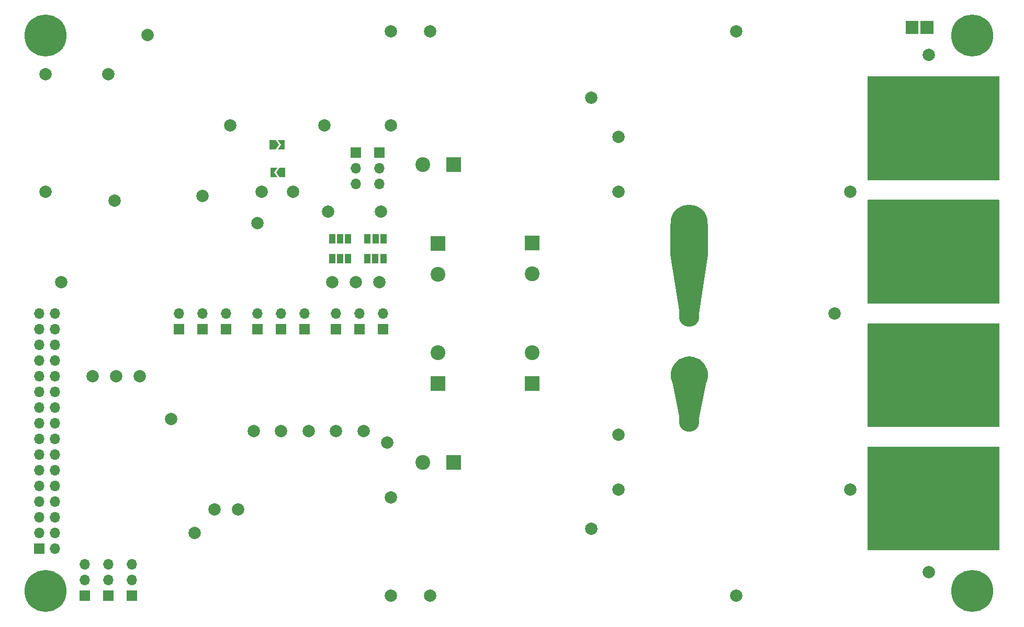
<source format=gbr>
%TF.GenerationSoftware,KiCad,Pcbnew,(5.1.10-1-10_14)*%
%TF.CreationDate,2021-09-24T10:22:15+02:00*%
%TF.ProjectId,sesame-fonctionnel,73657361-6d65-42d6-966f-6e6374696f6e,rev?*%
%TF.SameCoordinates,Original*%
%TF.FileFunction,Soldermask,Bot*%
%TF.FilePolarity,Negative*%
%FSLAX46Y46*%
G04 Gerber Fmt 4.6, Leading zero omitted, Abs format (unit mm)*
G04 Created by KiCad (PCBNEW (5.1.10-1-10_14)) date 2021-09-24 10:22:15*
%MOMM*%
%LPD*%
G01*
G04 APERTURE LIST*
%ADD10C,0.100000*%
%ADD11C,6.000000*%
%ADD12C,3.000000*%
%ADD13O,3.300000X4.300000*%
%ADD14R,1.000000X1.500000*%
%ADD15C,2.000000*%
%ADD16C,6.800000*%
%ADD17O,1.700000X1.700000*%
%ADD18R,1.700000X1.700000*%
%ADD19C,2.400000*%
%ADD20R,2.400000X2.400000*%
G04 APERTURE END LIST*
D10*
%TO.C,REF\u002A\u002A*%
G36*
X228598000Y-64645000D02*
G01*
X226598000Y-64645000D01*
X226598000Y-62645000D01*
X228598000Y-62645000D01*
X228598000Y-64645000D01*
G37*
X228598000Y-64645000D02*
X226598000Y-64645000D01*
X226598000Y-62645000D01*
X228598000Y-62645000D01*
X228598000Y-64645000D01*
G36*
X226198000Y-64645000D02*
G01*
X224198000Y-64645000D01*
X224198000Y-62645000D01*
X226198000Y-62645000D01*
X226198000Y-64645000D01*
G37*
X226198000Y-64645000D02*
X224198000Y-64645000D01*
X224198000Y-62645000D01*
X226198000Y-62645000D01*
X226198000Y-64645000D01*
%TD*%
%TO.C,L2*%
G36*
X192249388Y-100507798D02*
G01*
X190749388Y-110007798D01*
X190746918Y-110017283D01*
X190742644Y-110026105D01*
X190736732Y-110033922D01*
X190729409Y-110040437D01*
X190720955Y-110045397D01*
X190711695Y-110048613D01*
X190700000Y-110050000D01*
X187700000Y-110050000D01*
X187690245Y-110049039D01*
X187680866Y-110046194D01*
X187672221Y-110041573D01*
X187664645Y-110035355D01*
X187658427Y-110027779D01*
X187653806Y-110019134D01*
X187650612Y-110007798D01*
X186150612Y-100507798D01*
X186150383Y-100503888D01*
X186150000Y-100500000D01*
X186150000Y-95500000D01*
X186150961Y-95490245D01*
X186153806Y-95480866D01*
X186158427Y-95472221D01*
X186164645Y-95464645D01*
X186172221Y-95458427D01*
X186180866Y-95453806D01*
X186190245Y-95450961D01*
X186200000Y-95450000D01*
X192200000Y-95450000D01*
X192209755Y-95450961D01*
X192219134Y-95453806D01*
X192227779Y-95458427D01*
X192235355Y-95464645D01*
X192241573Y-95472221D01*
X192246194Y-95480866D01*
X192249039Y-95490245D01*
X192250000Y-95500000D01*
X192250000Y-100500000D01*
X192249388Y-100507798D01*
G37*
D11*
X189200000Y-95395000D03*
D12*
X189200000Y-124605000D03*
D10*
G36*
X192198946Y-120060212D02*
G01*
X192196386Y-120072482D01*
X192196386Y-120147203D01*
X192167530Y-120440191D01*
X192110094Y-120728941D01*
X192024632Y-121010670D01*
X191976310Y-121127330D01*
X190748946Y-127010212D01*
X190746013Y-127019564D01*
X190741312Y-127028165D01*
X190735024Y-127035684D01*
X190727389Y-127041831D01*
X190718702Y-127046371D01*
X190709296Y-127049128D01*
X190700000Y-127050000D01*
X187700000Y-127050000D01*
X187690245Y-127049039D01*
X187680866Y-127046194D01*
X187672221Y-127041573D01*
X187664645Y-127035355D01*
X187658427Y-127027779D01*
X187653806Y-127019134D01*
X187651054Y-127010212D01*
X186423690Y-121127329D01*
X186375368Y-121010670D01*
X186289906Y-120728941D01*
X186232470Y-120440191D01*
X186203614Y-120147203D01*
X186203614Y-120072482D01*
X186201054Y-120060212D01*
X186200002Y-120050467D01*
X186200872Y-120040704D01*
X186203614Y-120031349D01*
X186203614Y-119852797D01*
X186232470Y-119559809D01*
X186289906Y-119271059D01*
X186375368Y-118989330D01*
X186488032Y-118717335D01*
X186626814Y-118457692D01*
X186790377Y-118212902D01*
X186977147Y-117985323D01*
X187185323Y-117777147D01*
X187412902Y-117590377D01*
X187657692Y-117426814D01*
X187917335Y-117288032D01*
X188189330Y-117175368D01*
X188471059Y-117089906D01*
X188759809Y-117032470D01*
X189052797Y-117003614D01*
X189347203Y-117003614D01*
X189640191Y-117032470D01*
X189928941Y-117089906D01*
X190210670Y-117175368D01*
X190482665Y-117288032D01*
X190742308Y-117426814D01*
X190987098Y-117590377D01*
X191214677Y-117777147D01*
X191422853Y-117985323D01*
X191609623Y-118212902D01*
X191773186Y-118457692D01*
X191911968Y-118717335D01*
X192024632Y-118989330D01*
X192110094Y-119271059D01*
X192167530Y-119559809D01*
X192196386Y-119852797D01*
X192196386Y-120031499D01*
X192199039Y-120040245D01*
X192200000Y-120050000D01*
X192198946Y-120060212D01*
G37*
D13*
X189200000Y-110000000D03*
X189200000Y-127000000D03*
%TD*%
D10*
%TO.C,JP20*%
G36*
X122800000Y-82695000D02*
G01*
X122300000Y-83445000D01*
X121300000Y-83445000D01*
X121300000Y-81945000D01*
X122300000Y-81945000D01*
X122800000Y-82695000D01*
G37*
G36*
X123750000Y-83445000D02*
G01*
X122600000Y-83445000D01*
X123100000Y-82695000D01*
X122600000Y-81945000D01*
X123750000Y-81945000D01*
X123750000Y-83445000D01*
G37*
%TD*%
%TO.C,JP19*%
G36*
X122340000Y-87140000D02*
G01*
X122840000Y-86390000D01*
X123840000Y-86390000D01*
X123840000Y-87890000D01*
X122840000Y-87890000D01*
X122340000Y-87140000D01*
G37*
G36*
X121390000Y-86390000D02*
G01*
X122540000Y-86390000D01*
X122040000Y-87140000D01*
X122540000Y-87890000D01*
X121390000Y-87890000D01*
X121390000Y-86390000D01*
G37*
%TD*%
D14*
%TO.C,JP18*%
X138400000Y-101110000D03*
X137100000Y-101110000D03*
X139700000Y-101110000D03*
%TD*%
%TO.C,JP17*%
X138430000Y-97935000D03*
X139730000Y-97935000D03*
X137130000Y-97935000D03*
%TD*%
%TO.C,JP16*%
X132685000Y-101110000D03*
X131385000Y-101110000D03*
X133985000Y-101110000D03*
%TD*%
%TO.C,JP15*%
X132685000Y-97935000D03*
X133985000Y-97935000D03*
X131385000Y-97935000D03*
%TD*%
D15*
%TO.C,TP49*%
X114905000Y-79520000D03*
%TD*%
%TO.C,TP48*%
X130145000Y-79520000D03*
%TD*%
%TO.C,TP44*%
X119985000Y-90315000D03*
%TD*%
%TO.C,TP43*%
X125065000Y-90315000D03*
%TD*%
D16*
%TO.C,H4*%
X85000000Y-65000000D03*
%TD*%
%TO.C,H3*%
X85000000Y-155000000D03*
%TD*%
%TO.C,H2*%
X235000000Y-155000000D03*
%TD*%
%TO.C,H1*%
X235000000Y-65000000D03*
%TD*%
D10*
%TO.C,J1*%
G36*
X218050961Y-131640245D02*
G01*
X218053806Y-131630866D01*
X218058427Y-131622221D01*
X218064645Y-131614645D01*
X218072221Y-131608427D01*
X218080866Y-131603806D01*
X218090245Y-131600961D01*
X218100000Y-131600000D01*
X239300000Y-131600000D01*
X239309755Y-131600961D01*
X239319134Y-131603806D01*
X239327779Y-131608427D01*
X239335355Y-131614645D01*
X239341573Y-131622221D01*
X239346194Y-131630866D01*
X239349039Y-131640245D01*
X239350000Y-131650000D01*
X239350000Y-148350000D01*
X239349039Y-148359755D01*
X239346194Y-148369134D01*
X239341573Y-148377779D01*
X239335355Y-148385355D01*
X239327779Y-148391573D01*
X239319134Y-148396194D01*
X239309755Y-148399039D01*
X239300000Y-148400000D01*
X218100000Y-148400000D01*
X218090245Y-148399039D01*
X218080866Y-148396194D01*
X218072221Y-148391573D01*
X218064645Y-148385355D01*
X218058427Y-148377779D01*
X218053806Y-148369134D01*
X218050961Y-148359755D01*
X218050000Y-148350000D01*
X218050000Y-131650000D01*
X218050961Y-131640245D01*
G37*
D15*
X233000000Y-143000000D03*
X233000000Y-137000000D03*
X226000000Y-134000000D03*
X230000000Y-134000000D03*
X233000000Y-134000000D03*
X236000000Y-134000000D03*
X236000000Y-137000000D03*
X236000000Y-140000000D03*
X236000000Y-143000000D03*
X236000000Y-146000000D03*
X233000000Y-146000000D03*
X230000000Y-146000000D03*
X226000000Y-146000000D03*
X223000000Y-137000000D03*
X223000000Y-143000000D03*
X223000000Y-146000000D03*
X223000000Y-134000000D03*
X220000000Y-134000000D03*
X220000000Y-137000000D03*
X220000000Y-146000000D03*
X220000000Y-143000000D03*
X220000000Y-140000000D03*
%TD*%
D10*
%TO.C,J7*%
G36*
X218050961Y-71650245D02*
G01*
X218053806Y-71640866D01*
X218058427Y-71632221D01*
X218064645Y-71624645D01*
X218072221Y-71618427D01*
X218080866Y-71613806D01*
X218090245Y-71610961D01*
X218100000Y-71610000D01*
X239300000Y-71610000D01*
X239309755Y-71610961D01*
X239319134Y-71613806D01*
X239327779Y-71618427D01*
X239335355Y-71624645D01*
X239341573Y-71632221D01*
X239346194Y-71640866D01*
X239349039Y-71650245D01*
X239350000Y-71660000D01*
X239350000Y-88360000D01*
X239349039Y-88369755D01*
X239346194Y-88379134D01*
X239341573Y-88387779D01*
X239335355Y-88395355D01*
X239327779Y-88401573D01*
X239319134Y-88406194D01*
X239309755Y-88409039D01*
X239300000Y-88410000D01*
X218100000Y-88410000D01*
X218090245Y-88409039D01*
X218080866Y-88406194D01*
X218072221Y-88401573D01*
X218064645Y-88395355D01*
X218058427Y-88387779D01*
X218053806Y-88379134D01*
X218050961Y-88369755D01*
X218050000Y-88360000D01*
X218050000Y-71660000D01*
X218050961Y-71650245D01*
G37*
D15*
X233000000Y-83010000D03*
X233000000Y-77010000D03*
X226000000Y-74010000D03*
X230000000Y-74010000D03*
X233000000Y-74010000D03*
X236000000Y-74010000D03*
X236000000Y-77010000D03*
X236000000Y-80010000D03*
X236000000Y-83010000D03*
X236000000Y-86010000D03*
X233000000Y-86010000D03*
X230000000Y-86010000D03*
X226000000Y-86010000D03*
X223000000Y-77010000D03*
X223000000Y-83010000D03*
X223000000Y-86010000D03*
X223000000Y-74010000D03*
X220000000Y-74010000D03*
X220000000Y-77010000D03*
X220000000Y-86010000D03*
X220000000Y-83010000D03*
X220000000Y-80010000D03*
%TD*%
D10*
%TO.C,J8*%
G36*
X218050961Y-111640245D02*
G01*
X218053806Y-111630866D01*
X218058427Y-111622221D01*
X218064645Y-111614645D01*
X218072221Y-111608427D01*
X218080866Y-111603806D01*
X218090245Y-111600961D01*
X218100000Y-111600000D01*
X239300000Y-111600000D01*
X239309755Y-111600961D01*
X239319134Y-111603806D01*
X239327779Y-111608427D01*
X239335355Y-111614645D01*
X239341573Y-111622221D01*
X239346194Y-111630866D01*
X239349039Y-111640245D01*
X239350000Y-111650000D01*
X239350000Y-128350000D01*
X239349039Y-128359755D01*
X239346194Y-128369134D01*
X239341573Y-128377779D01*
X239335355Y-128385355D01*
X239327779Y-128391573D01*
X239319134Y-128396194D01*
X239309755Y-128399039D01*
X239300000Y-128400000D01*
X218100000Y-128400000D01*
X218090245Y-128399039D01*
X218080866Y-128396194D01*
X218072221Y-128391573D01*
X218064645Y-128385355D01*
X218058427Y-128377779D01*
X218053806Y-128369134D01*
X218050961Y-128359755D01*
X218050000Y-128350000D01*
X218050000Y-111650000D01*
X218050961Y-111640245D01*
G37*
D15*
X233000000Y-123000000D03*
X233000000Y-117000000D03*
X226000000Y-114000000D03*
X230000000Y-114000000D03*
X233000000Y-114000000D03*
X236000000Y-114000000D03*
X236000000Y-117000000D03*
X236000000Y-120000000D03*
X236000000Y-123000000D03*
X236000000Y-126000000D03*
X233000000Y-126000000D03*
X230000000Y-126000000D03*
X226000000Y-126000000D03*
X223000000Y-117000000D03*
X223000000Y-123000000D03*
X223000000Y-126000000D03*
X223000000Y-114000000D03*
X220000000Y-114000000D03*
X220000000Y-117000000D03*
X220000000Y-126000000D03*
X220000000Y-123000000D03*
X220000000Y-120000000D03*
%TD*%
D10*
%TO.C,J2*%
G36*
X218050961Y-91640245D02*
G01*
X218053806Y-91630866D01*
X218058427Y-91622221D01*
X218064645Y-91614645D01*
X218072221Y-91608427D01*
X218080866Y-91603806D01*
X218090245Y-91600961D01*
X218100000Y-91600000D01*
X239300000Y-91600000D01*
X239309755Y-91600961D01*
X239319134Y-91603806D01*
X239327779Y-91608427D01*
X239335355Y-91614645D01*
X239341573Y-91622221D01*
X239346194Y-91630866D01*
X239349039Y-91640245D01*
X239350000Y-91650000D01*
X239350000Y-108350000D01*
X239349039Y-108359755D01*
X239346194Y-108369134D01*
X239341573Y-108377779D01*
X239335355Y-108385355D01*
X239327779Y-108391573D01*
X239319134Y-108396194D01*
X239309755Y-108399039D01*
X239300000Y-108400000D01*
X218100000Y-108400000D01*
X218090245Y-108399039D01*
X218080866Y-108396194D01*
X218072221Y-108391573D01*
X218064645Y-108385355D01*
X218058427Y-108377779D01*
X218053806Y-108369134D01*
X218050961Y-108359755D01*
X218050000Y-108350000D01*
X218050000Y-91650000D01*
X218050961Y-91640245D01*
G37*
D15*
X233000000Y-103000000D03*
X233000000Y-97000000D03*
X226000000Y-94000000D03*
X230000000Y-94000000D03*
X233000000Y-94000000D03*
X236000000Y-94000000D03*
X236000000Y-97000000D03*
X236000000Y-100000000D03*
X236000000Y-103000000D03*
X236000000Y-106000000D03*
X233000000Y-106000000D03*
X230000000Y-106000000D03*
X226000000Y-106000000D03*
X223000000Y-97000000D03*
X223000000Y-103000000D03*
X223000000Y-106000000D03*
X223000000Y-94000000D03*
X220000000Y-94000000D03*
X220000000Y-97000000D03*
X220000000Y-106000000D03*
X220000000Y-103000000D03*
X220000000Y-100000000D03*
%TD*%
D17*
%TO.C,J9*%
X86584000Y-110000000D03*
X84044000Y-110000000D03*
X86584000Y-112540000D03*
X84044000Y-112540000D03*
X86584000Y-115080000D03*
X84044000Y-115080000D03*
X86584000Y-117620000D03*
X84044000Y-117620000D03*
X86584000Y-120160000D03*
X84044000Y-120160000D03*
X86584000Y-122700000D03*
X84044000Y-122700000D03*
X86584000Y-125240000D03*
X84044000Y-125240000D03*
X86584000Y-127780000D03*
X84044000Y-127780000D03*
X86584000Y-130320000D03*
X84044000Y-130320000D03*
X86584000Y-132860000D03*
X84044000Y-132860000D03*
X86584000Y-135400000D03*
X84044000Y-135400000D03*
X86584000Y-137940000D03*
X84044000Y-137940000D03*
X86584000Y-140480000D03*
X84044000Y-140480000D03*
X86584000Y-143020000D03*
X84044000Y-143020000D03*
X86584000Y-145560000D03*
X84044000Y-145560000D03*
X86584000Y-148100000D03*
D18*
X84044000Y-148100000D03*
%TD*%
D15*
%TO.C,TP47*%
X177770000Y-90315000D03*
%TD*%
%TO.C,TP46*%
X177770000Y-81425000D03*
%TD*%
%TO.C,TP45*%
X215235000Y-90315000D03*
%TD*%
%TO.C,TP42*%
X101570000Y-64915000D03*
%TD*%
%TO.C,TP41*%
X95220000Y-71265000D03*
%TD*%
%TO.C,TP40*%
X85060000Y-71265000D03*
%TD*%
%TO.C,TP39*%
X85060000Y-90315000D03*
%TD*%
%TO.C,TP38*%
X139307000Y-93490000D03*
%TD*%
%TO.C,TP37*%
X130780000Y-93490000D03*
%TD*%
%TO.C,TP36*%
X119350000Y-95395000D03*
%TD*%
%TO.C,TP35*%
X131415000Y-104920000D03*
%TD*%
%TO.C,TP34*%
X215235000Y-138575000D03*
%TD*%
%TO.C,TP33*%
X177770000Y-129685000D03*
%TD*%
%TO.C,TP32*%
X177770000Y-138575000D03*
%TD*%
%TO.C,TP31*%
X140940000Y-64280000D03*
%TD*%
%TO.C,TP30*%
X140940000Y-79520000D03*
%TD*%
%TO.C,TP29*%
X147290000Y-64280000D03*
%TD*%
%TO.C,TP28*%
X173325000Y-75075000D03*
%TD*%
%TO.C,TP27*%
X196820000Y-64280000D03*
%TD*%
%TO.C,TP26*%
X227935000Y-68090000D03*
%TD*%
%TO.C,TP25*%
X173325000Y-144925000D03*
%TD*%
%TO.C,TP24*%
X196820000Y-155720000D03*
%TD*%
%TO.C,TP23*%
X227935000Y-151910000D03*
%TD*%
%TO.C,TP22*%
X140940000Y-139845000D03*
%TD*%
%TO.C,TP21*%
X140940000Y-155720000D03*
%TD*%
%TO.C,TP20*%
X147290000Y-155720000D03*
%TD*%
%TO.C,TP19*%
X96236000Y-91712000D03*
%TD*%
%TO.C,TP18*%
X87600000Y-104920000D03*
%TD*%
%TO.C,TP17*%
X132050000Y-129050000D03*
%TD*%
%TO.C,TP16*%
X136495000Y-129050000D03*
%TD*%
%TO.C,TP15*%
X123160000Y-129050000D03*
%TD*%
%TO.C,TP14*%
X127605000Y-129050000D03*
%TD*%
%TO.C,TP13*%
X140305000Y-130955000D03*
%TD*%
%TO.C,TP12*%
X109190000Y-145560000D03*
%TD*%
%TO.C,TP11*%
X116175000Y-141750000D03*
%TD*%
%TO.C,TP10*%
X112365000Y-141750000D03*
%TD*%
%TO.C,TP9*%
X118715000Y-129050000D03*
%TD*%
%TO.C,TP8*%
X105380000Y-127145000D03*
%TD*%
%TO.C,TP7*%
X96490000Y-120160000D03*
%TD*%
%TO.C,TP6*%
X100300000Y-120160000D03*
%TD*%
%TO.C,TP5*%
X92680000Y-120160000D03*
%TD*%
%TO.C,TP4*%
X135225000Y-104920000D03*
%TD*%
%TO.C,TP3*%
X110460000Y-90950000D03*
%TD*%
%TO.C,TP2*%
X139035000Y-104920000D03*
%TD*%
%TO.C,TP1*%
X212695000Y-110000000D03*
%TD*%
D17*
%TO.C,JP14*%
X95220000Y-150640000D03*
X95220000Y-153180000D03*
D18*
X95220000Y-155720000D03*
%TD*%
D17*
%TO.C,JP13*%
X91410000Y-150640000D03*
X91410000Y-153180000D03*
D18*
X91410000Y-155720000D03*
%TD*%
D17*
%TO.C,JP12*%
X99030000Y-150640000D03*
X99030000Y-153180000D03*
D18*
X99030000Y-155720000D03*
%TD*%
D17*
%TO.C,JP11*%
X135225000Y-89045000D03*
X135225000Y-86505000D03*
D18*
X135225000Y-83965000D03*
%TD*%
D17*
%TO.C,JP10*%
X139035000Y-89045000D03*
X139035000Y-86505000D03*
D18*
X139035000Y-83965000D03*
%TD*%
D17*
%TO.C,JP9*%
X126970000Y-110000000D03*
D18*
X126970000Y-112540000D03*
%TD*%
D17*
%TO.C,JP8*%
X123160000Y-110000000D03*
D18*
X123160000Y-112540000D03*
%TD*%
D17*
%TO.C,JP7*%
X119350000Y-110000000D03*
D18*
X119350000Y-112540000D03*
%TD*%
D17*
%TO.C,JP6*%
X114270000Y-110000000D03*
D18*
X114270000Y-112540000D03*
%TD*%
D17*
%TO.C,JP5*%
X110460000Y-110000000D03*
D18*
X110460000Y-112540000D03*
%TD*%
D17*
%TO.C,JP4*%
X106650000Y-110000000D03*
D18*
X106650000Y-112540000D03*
%TD*%
D17*
%TO.C,JP3*%
X139670000Y-110000000D03*
D18*
X139670000Y-112540000D03*
%TD*%
D17*
%TO.C,JP2*%
X135860000Y-110000000D03*
D18*
X135860000Y-112540000D03*
%TD*%
D17*
%TO.C,JP1*%
X132050000Y-110000000D03*
D18*
X132050000Y-112540000D03*
%TD*%
D19*
%TO.C,C49*%
X146100000Y-85870000D03*
D20*
X151100000Y-85870000D03*
%TD*%
D19*
%TO.C,C48*%
X148560000Y-103650000D03*
D20*
X148560000Y-98650000D03*
%TD*%
D19*
%TO.C,C47*%
X163800000Y-103570000D03*
D20*
X163800000Y-98570000D03*
%TD*%
D19*
%TO.C,C38*%
X146100000Y-134130000D03*
D20*
X151100000Y-134130000D03*
%TD*%
D19*
%TO.C,C37*%
X148560000Y-116350000D03*
D20*
X148560000Y-121350000D03*
%TD*%
D19*
%TO.C,C36*%
X163800000Y-116350000D03*
D20*
X163800000Y-121350000D03*
%TD*%
M02*

</source>
